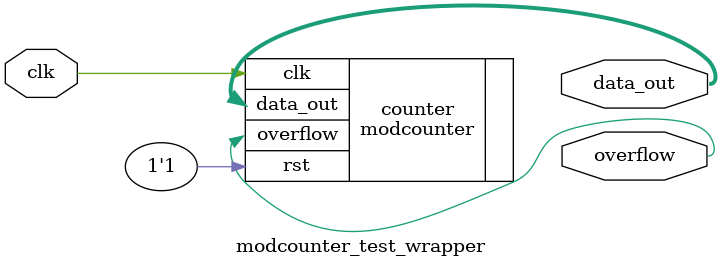
<source format=sv>
module modcounter_test_wrapper(
    input wire clk,
    output wire overflow,
    output wire [9 : 0] data_out
);

modcounter #(.rst_value(799), .width(10)) counter(.clk(clk), .rst(1'b1), .overflow(overflow), .data_out(data_out));

endmodule

</source>
